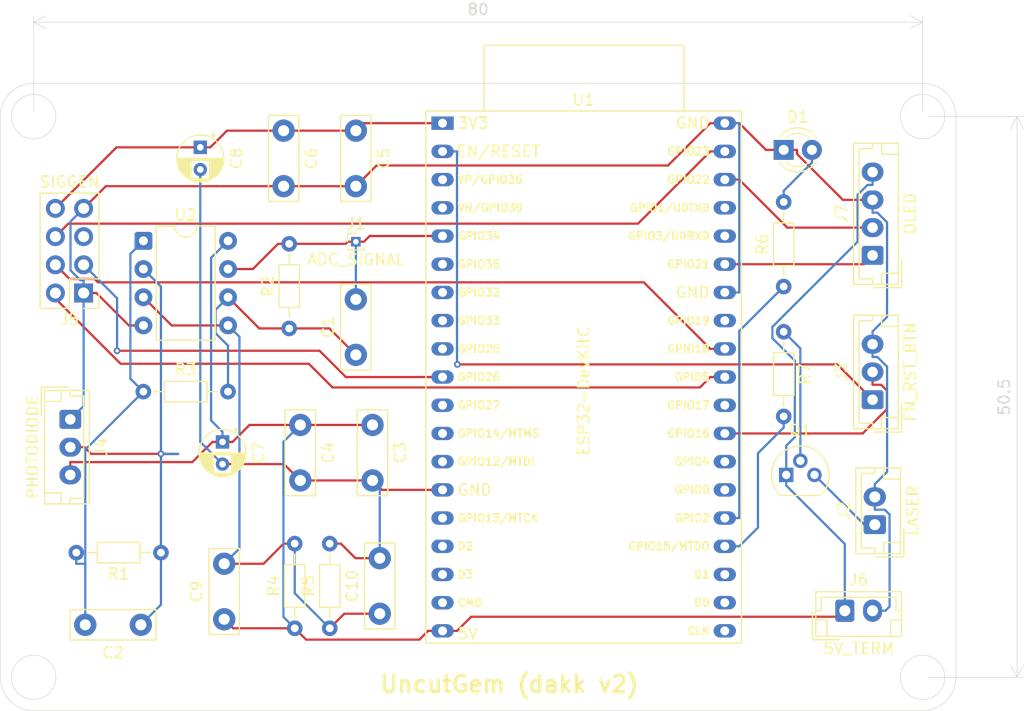
<source format=kicad_pcb>
(kicad_pcb (version 20241229) (generator "pcbnew") (generator_version "9.0")
  (layers (0 "F.Cu" signal) (2 "B.Cu" signal) (13 "F.Paste" user) (15 "B.Paste" user) (5 "F.SilkS" user "F.Silkscreen") (7 "B.SilkS" user "B.Silkscreen") (1 "F.Mask" user) (3 "B.Mask" user) (25 "Edge.Cuts" user))
  (net 0 "")
  (net 1 "ADC_SIGNAL")
  (net 2 "Net-(U2B--)")
  (net 3 "PHOTO_DETECT")
  (net 4 "Net-(C2-Pad2)")
  (net 5 "5V")
  (net 6 "GND")
  (net 7 "3V3")
  (net 8 "FAKE_GND")
  (net 9 "Net-(D1-A)")
  (net 10 "Net-(J2-Pin_1)")
  (net 11 "Net-(J3-Pin_1)")
  (net 12 "Net-(J3-Pin_2)")
  (net 13 "SIGGEN_CS")
  (net 14 "SIGGEN_LE")
  (net 15 "SIGGEN_DAT")
  (net 16 "SIGGEN_SCK")
  (net 17 "I2C_SCK")
  (net 18 "I2C_SDA")
  (net 19 "Net-(Q1-B)")
  (net 20 "Net-(U1-ADC2_CH2{slash}GPIO2)")
  (net 21 "Net-(U1-MTDO{slash}GPIO15{slash}ADC2_CH3)")
  (footprint "Resistor_THT:R_Axial_DIN0204_L3.6mm_D1.6mm_P7.62mm_Horizontal" (layer "F.Cu") (at 72 93.08 90)
    (property "Reference" "R4" (at 3.81 -1.92 90) (layer "F.SilkS"))
    (property "Value" "1k")
    (pad "1" thru_hole circle (at 0 0 90) (size 1.4 1.4) (drill 0.7) (layers "*.Cu" "*.Mask") (net 5 "5V"))
    (pad "2" thru_hole oval (at 7.62 0 90) (size 1.4 1.4) (drill 0.7) (layers "*.Cu" "*.Mask") (net 8 "FAKE_GND"))
  )
  (footprint "Connector_PinHeader_2.54mm:PinHeader_2x04_P2.54mm_Vertical" (layer "F.Cu") (at 53 62.89 180)
    (property "Reference" "J5" (at 1.27 -2.38 0) (layer "F.SilkS"))
    (property "Value" "SIGGEN" (at 1.27 10 0) (layer "F.SilkS"))
    (pad "1" thru_hole rect (at 0 0 180) (size 1.7 1.7) (drill 1) (layers "*.Cu" "*.Mask") (net 6 "GND"))
    (pad "2" thru_hole circle (at 2.54 0 180) (size 1.7 1.7) (drill 1) (layers "*.Cu" "*.Mask") (net 13 "SIGGEN_CS"))
    (pad "3" thru_hole circle (at 0 2.54 180) (size 1.7 1.7) (drill 1) (layers "*.Cu" "*.Mask") (net 14 "SIGGEN_LE"))
    (pad "4" thru_hole circle (at 2.54 2.54 180) (size 1.7 1.7) (drill 1) (layers "*.Cu" "*.Mask") (net 16 "SIGGEN_SCK"))
    (pad "5" thru_hole circle (at 0 5.08 180) (size 1.7 1.7) (drill 1) (layers "*.Cu" "*.Mask"))
    (pad "6" thru_hole circle (at 2.54 5.08 180) (size 1.7 1.7) (drill 1) (layers "*.Cu" "*.Mask") (net 15 "SIGGEN_DAT"))
    (pad "7" thru_hole circle (at 0 7.62 180) (size 1.7 1.7) (drill 1) (layers "*.Cu" "*.Mask") (net 6 "GND"))
    (pad "8" thru_hole circle (at 2.54 7.62 180) (size 1.7 1.7) (drill 1) (layers "*.Cu" "*.Mask") (net 7 "3V3"))
  )
  (footprint "Connector_PinHeader_1.00mm:PinHeader_1x01_P1.00mm_Vertical" (layer "F.Cu") (at 77.5 58.27)
    (property "Reference" "J1" (at 0 -1.61 0) (layer "F.SilkS"))
    (property "Value" "ADC_SIGNAL" (at 0 1.61 0) (layer "F.SilkS"))
    (pad "1" thru_hole rect (at 0 0) (size 0.85 0.85) (drill 0.5) (layers "*.Cu" "*.Mask") (net 1 "ADC_SIGNAL"))
  )
  (footprint "Capacitor_THT:C_Disc_D7.5mm_W2.5mm_P5.00mm" (layer "F.Cu") (at 79.65 91.77 90)
    (property "Reference" "C10" (at 2.5 -2.5 90) (layer "F.SilkS"))
    (property "Value" "100nF")
    (pad "1" thru_hole circle (at 0 0 90) (size 2 2) (drill 1) (layers "*.Cu" "*.Mask") (net 8 "FAKE_GND"))
    (pad "2" thru_hole circle (at 5 0 90) (size 2 2) (drill 1) (layers "*.Cu" "*.Mask") (net 6 "GND"))
  )
  (footprint "Capacitor_THT:C_Disc_D7.5mm_W2.5mm_P5.00mm" (layer "F.Cu") (at 71 48.27 -90)
    (property "Reference" "C6" (at 2.5 -2.5 90) (layer "F.SilkS"))
    (property "Value" "100nF")
    (pad "1" thru_hole circle (at 0 0 270) (size 2 2) (drill 1) (layers "*.Cu" "*.Mask") (net 7 "3V3"))
    (pad "2" thru_hole circle (at 5 0 270) (size 2 2) (drill 1) (layers "*.Cu" "*.Mask") (net 6 "GND"))
  )
  (footprint "Resistor_THT:R_Axial_DIN0204_L3.6mm_D1.6mm_P7.62mm_Horizontal" (layer "F.Cu") (at 116 66.38 -90)
    (property "Reference" "R7" (at 3.81 -1.92 90) (layer "F.SilkS"))
    (property "Value" "1k")
    (pad "1" thru_hole circle (at 0 0 270) (size 1.4 1.4) (drill 0.7) (layers "*.Cu" "*.Mask") (net 19 "Net-(Q1-B)"))
    (pad "2" thru_hole oval (at 7.62 0 270) (size 1.4 1.4) (drill 0.7) (layers "*.Cu" "*.Mask") (net 21 "Net-(U1-MTDO{slash}GPIO15{slash}ADC2_CH3)"))
  )
  (footprint "Capacitor_THT:CP_Radial_D4.0mm_P2.00mm" (layer "F.Cu") (at 65.5 76.2974 -90)
    (property "Reference" "C7" (at 1 -3.25 90) (layer "F.SilkS"))
    (property "Value" "10uF")
    (pad "1" thru_hole rect (at 0 0 270) (size 1.2 1.2) (drill 0.6) (layers "*.Cu" "*.Mask") (net 5 "5V"))
    (pad "2" thru_hole circle (at 2 0 270) (size 1.2 1.2) (drill 0.6) (layers "*.Cu" "*.Mask") (net 6 "GND"))
  )
  (footprint "Package_DIP:DIP-8_W7.62mm" (layer "F.Cu") (at 58.38 58.19)
    (property "Reference" "U2" (at 3.81 -2.33 0) (layer "F.SilkS"))
    (property "Value" "TL072")
    (pad "1" thru_hole roundrect (at 0 0) (size 1.6 1.6) (drill 0.8) (layers "*.Cu" "*.Mask") (roundrect_rratio 0.15625) (net 4 "Net-(C2-Pad2)"))
    (pad "2" thru_hole circle (at 0 2.54) (size 1.6 1.6) (drill 0.8) (layers "*.Cu" "*.Mask") (net 3 "PHOTO_DETECT"))
    (pad "3" thru_hole circle (at 0 5.08) (size 1.6 1.6) (drill 0.8) (layers "*.Cu" "*.Mask") (net 8 "FAKE_GND"))
    (pad "4" thru_hole circle (at 0 7.62) (size 1.6 1.6) (drill 0.8) (layers "*.Cu" "*.Mask") (net 6 "GND"))
    (pad "5" thru_hole circle (at 7.62 7.62) (size 1.6 1.6) (drill 0.8) (layers "*.Cu" "*.Mask") (net 8 "FAKE_GND"))
    (pad "6" thru_hole circle (at 7.62 5.08) (size 1.6 1.6) (drill 0.8) (layers "*.Cu" "*.Mask") (net 2 "Net-(U2B--)"))
    (pad "7" thru_hole circle (at 7.62 2.54) (size 1.6 1.6) (drill 0.8) (layers "*.Cu" "*.Mask") (net 1 "ADC_SIGNAL"))
    (pad "8" thru_hole circle (at 7.62 0) (size 1.6 1.6) (drill 0.8) (layers "*.Cu" "*.Mask") (net 5 "5V"))
  )
  (footprint "Resistor_THT:R_Axial_DIN0204_L3.6mm_D1.6mm_P7.62mm_Horizontal" (layer "F.Cu") (at 58.375 71.77)
    (property "Reference" "R3" (at 3.81 -2 0) (layer "F.SilkS"))
    (property "Value" "1k")
    (pad "1" thru_hole circle (at 0 0) (size 1.4 1.4) (drill 0.7) (layers "*.Cu" "*.Mask") (net 4 "Net-(C2-Pad2)"))
    (pad "2" thru_hole oval (at 7.62 0) (size 1.4 1.4) (drill 0.7) (layers "*.Cu" "*.Mask") (net 2 "Net-(U2B--)"))
  )
  (footprint "Resistor_THT:R_Axial_DIN0204_L3.6mm_D1.6mm_P7.62mm_Horizontal" (layer "F.Cu") (at 71.5 66.08 90)
    (property "Reference" "R2" (at 3.81 -1.92 90) (layer "F.SilkS"))
    (property "Value" "1k")
    (pad "1" thru_hole circle (at 0 0 90) (size 1.4 1.4) (drill 0.7) (layers "*.Cu" "*.Mask") (net 2 "Net-(U2B--)"))
    (pad "2" thru_hole oval (at 7.62 0 90) (size 1.4 1.4) (drill 0.7) (layers "*.Cu" "*.Mask") (net 1 "ADC_SIGNAL"))
  )
  (footprint "Capacitor_THT:C_Disc_D7.5mm_W2.5mm_P5.00mm" (layer "F.Cu") (at 58.15 92.77 180)
    (property "Reference" "C2" (at 2.5 -2.5 0) (layer "F.SilkS"))
    (property "Value" "104")
    (pad "1" thru_hole circle (at 0 0 180) (size 2 2) (drill 1) (layers "*.Cu" "*.Mask") (net 3 "PHOTO_DETECT"))
    (pad "2" thru_hole circle (at 5 0 180) (size 2 2) (drill 1) (layers "*.Cu" "*.Mask") (net 4 "Net-(C2-Pad2)"))
  )
  (footprint "Capacitor_THT:C_Disc_D7.5mm_W2.5mm_P5.00mm" (layer "F.Cu") (at 77.5 48.27 -90)
    (property "Reference" "C5" (at 2.5 -2.5 90) (layer "F.SilkS"))
    (property "Value" "100nF")
    (pad "1" thru_hole circle (at 0 0 270) (size 2 2) (drill 1) (layers "*.Cu" "*.Mask") (net 7 "3V3"))
    (pad "2" thru_hole circle (at 5 0 270) (size 2 2) (drill 1) (layers "*.Cu" "*.Mask") (net 6 "GND"))
  )
  (footprint "Resistor_THT:R_Axial_DIN0204_L3.6mm_D1.6mm_P7.62mm_Horizontal" (layer "F.Cu") (at 59.96 86.27 180)
    (property "Reference" "R1" (at 3.81 -1.92 0) (layer "F.SilkS"))
    (property "Value" "1k")
    (pad "1" thru_hole circle (at 0 0 180) (size 1.4 1.4) (drill 0.7) (layers "*.Cu" "*.Mask") (net 3 "PHOTO_DETECT"))
    (pad "2" thru_hole oval (at 7.62 0 180) (size 1.4 1.4) (drill 0.7) (layers "*.Cu" "*.Mask") (net 4 "Net-(C2-Pad2)"))
  )
  (footprint "Capacitor_THT:C_Disc_D7.5mm_W2.5mm_P5.00mm" (layer "F.Cu") (at 72.5 74.77 -90)
    (property "Reference" "C4" (at 2.5 -2.5 90) (layer "F.SilkS"))
    (property "Value" "100nF")
    (pad "1" thru_hole circle (at 0 0 270) (size 2 2) (drill 1) (layers "*.Cu" "*.Mask") (net 5 "5V"))
    (pad "2" thru_hole circle (at 5 0 270) (size 2 2) (drill 1) (layers "*.Cu" "*.Mask") (net 6 "GND"))
  )
  (footprint "Package_TO_SOT_THT:TO-92" (layer "F.Cu") (at 116.23 79.27)
    (property "Reference" "Q1" (at 1.27 -4 180) (layer "F.SilkS"))
    (property "Value" "2N2222")
    (pad "1" thru_hole rect (at 0 0) (size 1.3 1.3) (drill 0.75) (layers "*.Cu" "*.Mask") (net 5 "5V"))
    (pad "2" thru_hole circle (at 1.27 -1.27) (size 1.3 1.3) (drill 0.75) (layers "*.Cu" "*.Mask") (net 19 "Net-(Q1-B)"))
    (pad "3" thru_hole circle (at 2.54 0) (size 1.3 1.3) (drill 0.75) (layers "*.Cu" "*.Mask") (net 10 "Net-(J2-Pin_1)"))
  )
  (footprint "Capacitor_THT:CP_Radial_D4.0mm_P2.00mm" (layer "F.Cu") (at 63.5 49.77 -90)
    (property "Reference" "C8" (at 1 -3.25 90) (layer "F.SilkS"))
    (property "Value" "10uF")
    (pad "1" thru_hole rect (at 0 0 270) (size 1.2 1.2) (drill 0.6) (layers "*.Cu" "*.Mask") (net 7 "3V3"))
    (pad "2" thru_hole circle (at 2 0 270) (size 1.2 1.2) (drill 0.6) (layers "*.Cu" "*.Mask") (net 6 "GND"))
  )
  (footprint "Resistor_THT:R_Axial_DIN0204_L3.6mm_D1.6mm_P7.62mm_Horizontal" (layer "F.Cu") (at 116 62.31 90)
    (property "Reference" "R6" (at 3.81 -1.92 90) (layer "F.SilkS"))
    (property "Value" "300")
    (pad "1" thru_hole circle (at 0 0 90) (size 1.4 1.4) (drill 0.7) (layers "*.Cu" "*.Mask") (net 20 "Net-(U1-ADC2_CH2{slash}GPIO2)"))
    (pad "2" thru_hole oval (at 7.62 0 90) (size 1.4 1.4) (drill 0.7) (layers "*.Cu" "*.Mask") (net 9 "Net-(D1-A)"))
  )
  (footprint "LED_THT:LED_D3.0mm" (layer "F.Cu") (at 116 50)
    (property "Reference" "D1" (at 1.27 -2.96 0) (layer "F.SilkS"))
    (property "Value" "LED")
    (pad "1" thru_hole rect (at 0 0) (size 1.8 1.8) (drill 0.9) (layers "*.Cu" "*.Mask") (net 6 "GND"))
    (pad "2" thru_hole circle (at 2.54 0) (size 1.8 1.8) (drill 0.9) (layers "*.Cu" "*.Mask") (net 9 "Net-(D1-A)"))
  )
  (footprint "Capacitor_THT:C_Disc_D7.5mm_W2.5mm_P5.00mm" (layer "F.Cu") (at 79 74.77 -90)
    (property "Reference" "C3" (at 2.5 -2.5 90) (layer "F.SilkS"))
    (property "Value" "100nF")
    (pad "1" thru_hole circle (at 0 0 270) (size 2 2) (drill 1) (layers "*.Cu" "*.Mask") (net 5 "5V"))
    (pad "2" thru_hole circle (at 5 0 270) (size 2 2) (drill 1) (layers "*.Cu" "*.Mask") (net 6 "GND"))
  )
  (footprint "Connector_JST:JST_EH_B3B-EH-A_1x03_P2.50mm_Vertical" (layer "F.Cu") (at 51.8 74.27 -90)
    (property "Reference" "J4" (at 2.5 -2.8 90) (layer "F.SilkS"))
    (property "Value" "PHOTODIODE" (at 2.5 3.4 90) (layer "F.SilkS"))
    (pad "1" thru_hole roundrect (at 0 0 270) (size 1.7 1.95) (drill 0.95) (layers "*.Cu" "*.Mask") (roundrect_rratio 0.147059) (net 6 "GND"))
    (pad "2" thru_hole oval (at 2.5 0 270) (size 1.7 1.95) (drill 0.95) (layers "*.Cu" "*.Mask") (net 3 "PHOTO_DETECT"))
    (pad "3" thru_hole oval (at 5 0 270) (size 1.7 1.95) (drill 0.95) (layers "*.Cu" "*.Mask") (net 5 "5V"))
  )
  (footprint "Connector_JST:JST_EH_B2B-EH-A_1x02_P2.50mm_Vertical" (layer "F.Cu") (at 121.5 91.5)
    (property "Reference" "J6" (at 1.25 -2.8 0) (layer "F.SilkS"))
    (property "Value" "5V_TERM" (at 1.25 3.4 0) (layer "F.SilkS"))
    (pad "1" thru_hole roundrect (at 0 0) (size 1.7 2) (drill 1) (layers "*.Cu" "*.Mask") (roundrect_rratio 0.147059) (net 5 "5V"))
    (pad "2" thru_hole oval (at 2.5 0) (size 1.7 2) (drill 1) (layers "*.Cu" "*.Mask") (net 6 "GND"))
  )
  (footprint "Connector_JST:JST_EH_B2B-EH-A_1x02_P2.50mm_Vertical" (layer "F.Cu") (at 124.2 83.75 90)
    (property "Reference" "J2" (at 1.25 -2.8 90) (layer "F.SilkS"))
    (property "Value" "LASER" (at 1.25 3.4 90) (layer "F.SilkS"))
    (pad "1" thru_hole roundrect (at 0 0 90) (size 1.7 2) (drill 1) (layers "*.Cu" "*.Mask") (roundrect_rratio 0.147059) (net 10 "Net-(J2-Pin_1)"))
    (pad "2" thru_hole oval (at 2.5 0 90) (size 1.7 2) (drill 1) (layers "*.Cu" "*.Mask") (net 6 "GND"))
  )
  (footprint "Connector_JST:JST_EH_B3B-EH-A_1x03_P2.50mm_Vertical" (layer "F.Cu") (at 124 72.5 90)
    (property "Reference" "J3" (at 2.5 -2.8 90) (layer "F.SilkS"))
    (property "Value" "FN_RST_BTN" (at 2.5 3.4 90) (layer "F.SilkS"))
    (pad "1" thru_hole roundrect (at 0 0 90) (size 1.7 1.95) (drill 0.95) (layers "*.Cu" "*.Mask") (roundrect_rratio 0.147059) (net 11 "Net-(J3-Pin_1)"))
    (pad "2" thru_hole oval (at 2.5 0 90) (size 1.7 1.95) (drill 0.95) (layers "*.Cu" "*.Mask") (net 12 "Net-(J3-Pin_2)"))
    (pad "3" thru_hole oval (at 5 0 90) (size 1.7 1.95) (drill 0.95) (layers "*.Cu" "*.Mask") (net 6 "GND"))
  )
  (footprint "Capacitor_THT:C_Disc_D7.5mm_W2.5mm_P5.00mm" (layer "F.Cu") (at 65.65 92.27 90)
    (property "Reference" "C9" (at 2.5 -2.5 90) (layer "F.SilkS"))
    (property "Value" "100nF")
    (pad "1" thru_hole circle (at 0 0 90) (size 2 2) (drill 1) (layers "*.Cu" "*.Mask") (net 5 "5V"))
    (pad "2" thru_hole circle (at 5 0 90) (size 2 2) (drill 1) (layers "*.Cu" "*.Mask") (net 8 "FAKE_GND"))
  )
  (footprint "Resistor_THT:R_Axial_DIN0204_L3.6mm_D1.6mm_P7.62mm_Horizontal" (layer "F.Cu") (at 75.15 93.08 90)
    (property "Reference" "R5" (at 3.81 -1.92 90) (layer "F.SilkS"))
    (property "Value" "1k")
    (pad "1" thru_hole circle (at 0 0 90) (size 1.4 1.4) (drill 0.7) (layers "*.Cu" "*.Mask") (net 8 "FAKE_GND"))
    (pad "2" thru_hole oval (at 7.62 0 90) (size 1.4 1.4) (drill 0.7) (layers "*.Cu" "*.Mask") (net 6 "GND"))
  )
  (footprint "Capacitor_THT:C_Disc_D7.5mm_W2.5mm_P5.00mm" (layer "F.Cu") (at 77.5 68.46 90)
    (property "Reference" "C1" (at 2.5 -2.5 90) (layer "F.SilkS"))
    (property "Value" "104")
    (pad "1" thru_hole circle (at 0 0 90) (size 2 2) (drill 1) (layers "*.Cu" "*.Mask") (net 2 "Net-(U2B--)"))
    (pad "2" thru_hole circle (at 5 0 90) (size 2 2) (drill 1) (layers "*.Cu" "*.Mask") (net 1 "ADC_SIGNAL"))
  )
  (footprint "PCM_Espressif:ESP32-DevKitC" (layer "F.Cu") (at 85.3 47.5966)
    (property "Reference" "U1" (at 12.7 -2.1 0) (layer "F.SilkS"))
    (property "Value" "ESP32-DevKitC" (at 12.7 24.13 90) (layer "F.SilkS"))
    (fp_text user "GPIO32" (at 1.27 15.24 0) (layer "F.SilkS") (effects (font (size 0.7 0.7)) (justify left)))
    (fp_text user "GND" (at 24.13 0 0) (layer "F.SilkS") (effects (justify right)))
    (fp_text user "GPIO27" (at 1.27 25.4 0) (layer "F.SilkS") (effects (font (size 0.7 0.7)) (justify left)))
    (fp_text user "GPIO19" (at 24.13 17.78 0) (layer "F.SilkS") (effects (font (size 0.7 0.7)) (justify right)))
    (fp_text user "CMD" (at 1.27 43.18 0) (layer "F.SilkS") (effects (font (size 0.7 0.7)) (justify left)))
    (fp_text user "GPIO12/MTDI" (at 1.27 30.48 0) (layer "F.SilkS") (effects (font (size 0.7 0.7)) (justify left)))
    (fp_text user "GPIO21" (at 24.13 12.7 0) (layer "F.SilkS") (effects (font (size 0.7 0.7)) (justify right)))
    (fp_text user "GPIO16" (at 24.13 27.94 0) (layer "F.SilkS") (effects (font (size 0.7 0.7)) (justify right)))
    (fp_text user "D2" (at 1.27 38.1 0) (layer "F.SilkS") (effects (font (size 0.7 0.7)) (justify left)))
    (fp_text user "EN/RESET" (at 8.88632 2.53728 0) (layer "F.SilkS") (effects (justify right)))
    (fp_text user "GND" (at 1.27 33.02 0) (layer "F.SilkS") (effects (justify left)))
    (fp_text user "GPIO1/U0TXD" (at 24.13 7.62 0) (layer "F.SilkS") (effects (font (size 0.7 0.7)) (justify right)))
    (fp_text user "5V" (at 1.26632 45.97128 0) (layer "F.SilkS") (effects (justify left)))
    (fp_text user "GPIO5" (at 24.13 22.86 0) (layer "F.SilkS") (effects (font (size 0.7 0.7)) (justify right)))
    (fp_text user "GPIO13/MTCK" (at 1.27 35.56 0) (layer "F.SilkS") (effects (font (size 0.7 0.7)) (justify left)))
    (fp_text user "VN/GPIO39" (at 1.27 7.62 0) (layer "F.SilkS") (effects (font (size 0.7 0.7)) (justify left)))
    (fp_text user "GPIO26" (at 1.27 22.86 0) (layer "F.SilkS") (effects (font (size 0.7 0.7)) (justify left)))
    (fp_text user "D3" (at 1.27 40.64 0) (layer "F.SilkS") (effects (font (size 0.7 0.7)) (justify left)))
    (fp_text user "GPIO25" (at 1.27 20.32 0) (layer "F.SilkS") (effects (font (size 0.7 0.7)) (justify left)))
    (fp_text user "3V3" (at 1.27 0 0) (layer "F.SilkS") (effects (justify left)))
    (fp_text user "GPIO17" (at 24.13 25.4 0) (layer "F.SilkS") (effects (font (size 0.7 0.7)) (justify right)))
    (fp_text user "VP/GPIO36" (at 1.27 5.08 0) (layer "F.SilkS") (effects (font (size 0.7 0.7)) (justify left)))
    (fp_text user "GPIO34" (at 1.27 10.16 0) (layer "F.SilkS") (effects (font (size 0.7 0.7)) (justify left)))
    (fp_text user "GPIO2" (at 24.13 35.56 0) (layer "F.SilkS") (effects (font (size 0.7 0.7)) (justify right)))
    (fp_text user "GPIO23" (at 24.13 2.54 0) (layer "F.SilkS") (effects (font (size 0.7 0.7)) (justify right)))
    (fp_text user "GPIO14/MTMS" (at 1.27 27.94 0) (layer "F.SilkS") (effects (font (size 0.7 0.7)) (justify left)))
    (fp_text user "CLK" (at 24.13 45.72 0) (layer "F.SilkS") (effects (font (size 0.7 0.7)) (justify right)))
    (fp_text user "GPIO4" (at 24.13 30.48 0) (layer "F.SilkS") (effects (font (size 0.7 0.7)) (justify right)))
    (fp_text user "GND" (at 24.13 15.24 0) (layer "F.SilkS") (effects (justify right)))
    (fp_text user "GPIO15/MTDO" (at 24.13 38.1 0) (layer "F.SilkS") (effects (font (size 0.7 0.7)) (justify right)))
    (fp_text user "D1" (at 24.13 40.64 0) (layer "F.SilkS") (effects (font (size 0.7 0.7)) (justify right)))
    (fp_text user "GPIO22" (at 24.13 5.08 0) (layer "F.SilkS") (effects (font (size 0.7 0.7)) (justify right)))
    (fp_text user "D0" (at 24.13 43.18 0) (layer "F.SilkS") (effects (font (size 0.7 0.7)) (justify right)))
    (fp_text user "GPIO33" (at 1.27 17.78 0) (layer "F.SilkS") (effects (font (size 0.7 0.7)) (justify left)))
    (fp_text user "GPIO35" (at 1.27 12.7 0) (layer "F.SilkS") (effects (font (size 0.7 0.7)) (justify left)))
    (fp_text user "GPIO0" (at 24.13 33.02 0) (layer "F.SilkS") (effects (font (size 0.7 0.7)) (justify right)))
    (fp_text user "GPIO3/U0RXD" (at 24.13 10.16 0) (layer "F.SilkS") (effects (font (size 0.7 0.7)) (justify right)))
    (fp_text user "GPIO18" (at 24.13 20.32 0) (layer "F.SilkS") (effects (font (size 0.7 0.7)) (justify right)))
    (pad "1" thru_hole rect (at 0 0 270) (size 1.2 2) (drill 0.8) (layers "*.Cu" "*.Mask") (net 7 "3V3"))
    (pad "2" thru_hole oval (at 0 2.54 270) (size 1.2 2) (drill 0.8) (layers "*.Cu" "*.Mask") (net 11 "Net-(J3-Pin_1)"))
    (pad "3" thru_hole oval (at 0 5.08 270) (size 1.2 2) (drill 0.8) (layers "*.Cu" "*.Mask"))
    (pad "4" thru_hole oval (at 0 7.62 270) (size 1.2 2) (drill 0.8) (layers "*.Cu" "*.Mask"))
    (pad "5" thru_hole oval (at 0 10.16 270) (size 1.2 2) (drill 0.8) (layers "*.Cu" "*.Mask") (net 1 "ADC_SIGNAL"))
    (pad "6" thru_hole oval (at 0 12.7 270) (size 1.2 2) (drill 0.8) (layers "*.Cu" "*.Mask"))
    (pad "7" thru_hole oval (at 0 15.24 270) (size 1.2 2) (drill 0.8) (layers "*.Cu" "*.Mask"))
    (pad "8" thru_hole oval (at 0 17.78 270) (size 1.2 2) (drill 0.8) (layers "*.Cu" "*.Mask"))
    (pad "9" thru_hole oval (at 0 20.32 270) (size 1.2 2) (drill 0.8) (layers "*.Cu" "*.Mask"))
    (pad "10" thru_hole oval (at 0 22.86 270) (size 1.2 2) (drill 0.8) (layers "*.Cu" "*.Mask") (net 14 "SIGGEN_LE"))
    (pad "11" thru_hole oval (at 0 25.4 270) (size 1.2 2) (drill 0.8) (layers "*.Cu" "*.Mask"))
    (pad "12" thru_hole oval (at 0 27.94 270) (size 1.2 2) (drill 0.8) (layers "*.Cu" "*.Mask"))
    (pad "13" thru_hole oval (at 0 30.48 270) (size 1.2 2) (drill 0.8) (layers "*.Cu" "*.Mask"))
    (pad "14" thru_hole oval (at 0 33.02 270) (size 1.2 2) (drill 0.8) (layers "*.Cu" "*.Mask") (net 6 "GND"))
    (pad "15" thru_hole oval (at 0 35.56 270) (size 1.2 2) (drill 0.8) (layers "*.Cu" "*.Mask"))
    (pad "16" thru_hole oval (at 0 38.1 270) (size 1.2 2) (drill 0.8) (layers "*.Cu" "*.Mask"))
    (pad "17" thru_hole oval (at 0 40.64 270) (size 1.2 2) (drill 0.8) (layers "*.Cu" "*.Mask"))
    (pad "18" thru_hole oval (at 0 43.18 270) (size 1.2 2) (drill 0.8) (layers "*.Cu" "*.Mask"))
    (pad "19" thru_hole oval (at 0 45.72 270) (size 1.2 2) (drill 0.8) (layers "*.Cu" "*.Mask") (net 5 "5V"))
    (pad "20" thru_hole oval (at 25.39632 45.71728 270) (size 1.2 2) (drill 0.8) (layers "*.Cu" "*.Mask"))
    (pad "21" thru_hole oval (at 25.39632 43.17728 270) (size 1.2 2) (drill 0.8) (layers "*.Cu" "*.Mask"))
    (pad "22" thru_hole oval (at 25.4 40.64 270) (size 1.2 2) (drill 0.8) (layers "*.Cu" "*.Mask"))
    (pad "23" thru_hole oval (at 25.4 38.1 270) (size 1.2 2) (drill 0.8) (layers "*.Cu" "*.Mask") (net 21 "Net-(U1-MTDO{slash}GPIO15{slash}ADC2_CH3)"))
    (pad "24" thru_hole oval (at 25.4 35.56 270) (size 1.2 2) (drill 0.8) (layers "*.Cu" "*.Mask") (net 20 "Net-(U1-ADC2_CH2{slash}GPIO2)"))
    (pad "25" thru_hole oval (at 25.4 33.02 270) (size 1.2 2) (drill 0.8) (layers "*.Cu" "*.Mask"))
    (pad "26" thru_hole oval (at 25.4 30.48 270) (size 1.2 2) (drill 0.8) (layers "*.Cu" "*.Mask"))
    (pad "27" thru_hole oval (at 25.4 27.94 270) (size 1.2 2) (drill 0.8) (layers "*.Cu" "*.Mask") (net 12 "Net-(J3-Pin_2)"))
    (pad "28" thru_hole oval (at 25.4 25.4 270) (size 1.2 2) (drill 0.8) (layers "*.Cu" "*.Mask"))
    (pad "29" thru_hole oval (at 25.4 22.86 270) (size 1.2 2) (drill 0.8) (layers "*.Cu" "*.Mask") (net 13 "SIGGEN_CS"))
    (pad "30" thru_hole oval (at 25.4 20.32 270) (size 1.2 2) (drill 0.8) (layers "*.Cu" "*.Mask") (net 16 "SIGGEN_SCK"))
    (pad "31" thru_hole oval (at 25.4 17.78 270) (size 1.2 2) (drill 0.8) (layers "*.Cu" "*.Mask"))
    (pad "32" thru_hole oval (at 25.4 15.24 270) (size 1.2 2) (drill 0.8) (layers "*.Cu" "*.Mask") (net 6 "GND"))
    (pad "33" thru_hole oval (at 25.4 12.7 270) (size 1.2 2) (drill 0.8) (layers "*.Cu" "*.Mask") (net 18 "I2C_SDA"))
    (pad "34" thru_hole oval (at 25.4 10.16 270) (size 1.2 2) (drill 0.8) (layers "*.Cu" "*.Mask"))
    (pad "35" thru_hole oval (at 25.4 7.62 270) (size 1.2 2) (drill 0.8) (layers "*.Cu" "*.Mask"))
    (pad "36" thru_hole oval (at 25.4 5.08 270) (size 1.2 2) (drill 0.8) (layers "*.Cu" "*.Mask") (net 17 "I2C_SCK"))
    (pad "37" thru_hole oval (at 25.4 2.54 270) (size 1.2 2) (drill 0.8) (layers "*.Cu" "*.Mask") (net 15 "SIGGEN_DAT"))
    (pad "38" thru_hole oval (at 25.4 0 270) (size 1.2 2) (drill 0.8) (layers "*.Cu" "*.Mask") (net 6 "GND"))
  )
  (footprint "Connector_JST:JST_EH_B4B-EH-A_1x04_P2.50mm_Vertical" (layer "F.Cu") (at 124 59.5 90)
    (property "Reference" "J7" (at 3.75 -2.8 90) (layer "F.SilkS"))
    (property "Value" "OLED" (at 3.75 3.4 90) (layer "F.SilkS"))
    (pad "1" thru_hole roundrect (at 0 0 90) (size 1.7 1.95) (drill 0.95) (layers "*.Cu" "*.Mask") (roundrect_rratio 0.147059) (net 18 "I2C_SDA"))
    (pad "2" thru_hole oval (at 2.5 0 90) (size 1.7 1.95) (drill 0.95) (layers "*.Cu" "*.Mask") (net 17 "I2C_SCK"))
    (pad "3" thru_hole oval (at 5 0 90) (size 1.7 1.95) (drill 0.95) (layers "*.Cu" "*.Mask") (net 6 "GND"))
    (pad "4" thru_hole oval (at 7.5 0 90) (size 1.7 1.95) (drill 0.95) (layers "*.Cu" "*.Mask") (net 5 "5V"))
  )
  (gr_arc (start 45.5 47) (mid 46.37868 44.87868) (end 48.5 44) (stroke (width 0.05)) (layer "Edge.Cuts"))
  (gr_circle (center 128.5 97.5) (end 130.5 97.5) (stroke (width 0.05)) (fill no) (layer "Edge.Cuts"))
  (gr_circle (center 48.5 97.5) (end 50.5 97.5) (stroke (width 0.05)) (fill no) (layer "Edge.Cuts"))
  (gr_arc (start 131.5 97.5) (mid 130.62132 99.62132) (end 128.5 100.5) (stroke (width 0.05)) (layer "Edge.Cuts"))
  (gr_line (start 131.5 47) (end 131.5 97.5) (stroke (width 0.05)) (layer "Edge.Cuts"))
  (gr_arc (start 48.5 100.5) (mid 46.37868 99.62132) (end 45.5 97.5) (stroke (width 0.05)) (layer "Edge.Cuts"))
  (gr_line (start 128.5 100.5) (end 48.5 100.5) (stroke (width 0.05)) (layer "Edge.Cuts"))
  (gr_line (start 45.5 97.5) (end 45.5 47) (stroke (width 0.05)) (layer "Edge.Cuts"))
  (gr_circle (center 48.5 47) (end 50.5 47) (stroke (width 0.05)) (fill no) (layer "Edge.Cuts"))
  (gr_line (start 48.5 44) (end 128.5 44) (stroke (width 0.05)) (layer "Edge.Cuts"))
  (gr_arc (start 128.5 44) (mid 130.62132 44.87868) (end 131.5 47) (stroke (width 0.05)) (layer "Edge.Cuts"))
  (gr_circle (center 128.5 47) (end 130.5 47) (stroke (width 0.05)) (fill no) (layer "Edge.Cuts"))
  (gr_text "UncutGem (dakk v2)" (at 79.5 99 0) (layer "F.SilkS") (effects (font (size 1.5 1.5) (thickness 0.3) (bold yes)) (justify left bottom)))
  (dimension (type orthogonal) (layer "Edge.Cuts") (pts (xy 48.5 47) (xy 128.5 47)) (height -8.5) (orientation 0) (format (prefix "") (suffix "") (units 3) (units_format 0) (precision 4) (suppress_zeroes yes)) (style (thickness 0.05) (arrow_length 1.27) (text_position_mode 0) (arrow_direction outward) (extension_height 0.58642) (extension_offset 0.5) (keep_text_aligned yes)) (gr_text "80" (at 88.5 37.35 0) (layer "Edge.Cuts") (effects (font (size 1 1) (thickness 0.15)))))
  (dimension (type orthogonal) (layer "Edge.Cuts") (pts (xy 128.5 47) (xy 128.5 97.5)) (height 8.5) (orientation 1) (format (prefix "") (suffix "") (units 3) (units_format 0) (precision 4) (suppress_zeroes yes)) (style (thickness 0.05) (arrow_length 1.27) (text_position_mode 0) (arrow_direction outward) (extension_height 0.58642) (extension_offset 0.5) (keep_text_aligned yes)) (gr_text "50.5" (at 135.85 72.25 90) (layer "Edge.Cuts") (effects (font (size 1 1) (thickness 0.15)))))
  (segment (start 78.7401 57.7566) (end 78.2267 58.27) (width 0.2) (layer "F.Cu") (net 1))
  (segment (start 66 60.73) (end 68.2283 60.73) (width 0.2) (layer "F.Cu") (net 1))
  (segment (start 71.5 58.46) (end 70.4983 58.46) (width 0.2) (layer "F.Cu") (net 1))
  (segment (start 71.5 58.46) (end 76.5833 58.46) (width 0.2) (layer "F.Cu") (net 1))
  (segment (start 77.5 58.27) (end 78.2267 58.27) (width 0.2) (layer "F.Cu") (net 1))
  (segment (start 76.5833 58.46) (end 76.7733 58.27) (width 0.2) (layer "F.Cu") (net 1))
  (segment (start 77.5 58.27) (end 76.7733 58.27) (width 0.2) (layer "F.Cu") (net 1))
  (segment (start 85.3 57.7566) (end 78.7401 57.7566) (width 0.2) (layer "F.Cu") (net 1))
  (segment (start 68.2283 60.73) (end 70.4983 58.46) (width 0.2) (layer "F.Cu") (net 1))
  (segment (start 77.5 58.27) (end 77.5 63.46) (width 0.2) (layer "B.Cu") (net 1))
  (segment (start 75.12 66.08) (end 77.5 68.46) (width 0.2) (layer "F.Cu") (net 2))
  (segment (start 71.5 66.08) (end 68.81 66.08) (width 0.2) (layer "F.Cu") (net 2))
  (segment (start 68.81 66.08) (end 66 63.27) (width 0.2) (layer "F.Cu") (net 2))
  (segment (start 71.5 66.08) (end 75.12 66.08) (width 0.2) (layer "F.Cu") (net 2))
  (segment (start 65.995 67.6334) (end 65.995 71.77) (width 0.2) (layer "B.Cu") (net 2))
  (segment (start 64.8731 66.5115) (end 65.995 67.6334) (width 0.2) (layer "B.Cu") (net 2))
  (segment (start 66 63.27) (end 64.8731 64.3969) (width 0.2) (layer "B.Cu") (net 2))
  (segment (start 64.8731 66.5115) (end 64.8731 64.3969) (width 0.2) (layer "B.Cu") (net 2))
  (segment (start 61.4993 77.3719) (end 59.96 77.3719) (width 0.2) (layer "F.Cu") (net 3))
  (segment (start 53.6786 77.3719) (end 53.0767 76.77) (width 0.2) (layer "F.Cu") (net 3))
  (segment (start 51.8 76.77) (end 53.0767 76.77) (width 0.2) (layer "F.Cu") (net 3))
  (segment (start 61.4993 77.3719) (end 53.6786 77.3719) (width 0.2) (layer "F.Cu") (net 3))
  (via (at 59.96 77.3719) (size 0.6) (drill 0.3) (layers "F.Cu" "B.Cu") (net 3))
  (segment (start 58.38 60.73) (end 59.96 62.31) (width 0.2) (layer "B.Cu") (net 3))
  (segment (start 61.4993 77.3719) (end 59.96 77.3719) (width 0.2) (layer "B.Cu") (net 3))
  (segment (start 59.96 90.96) (end 59.96 86.27) (width 0.2) (layer "B.Cu") (net 3))
  (segment (start 59.96 77.8807) (end 59.96 79.3787) (width 0.2) (layer "B.Cu") (net 3))
  (segment (start 59.96 79.3787) (end 59.96 79.42) (width 0.2) (layer "B.Cu") (net 3))
  (segment (start 59.96 79.42) (end 59.96 86.27) (width 0.2) (layer "B.Cu") (net 3))
  (segment (start 59.96 77.3719) (end 59.96 77.8807) (width 0.2) (layer "B.Cu") (net 3))
  (segment (start 59.96 62.31) (end 59.96 77.3719) (width 0.2) (layer "B.Cu") (net 3))
  (segment (start 58.15 92.77) (end 59.96 90.96) (width 0.2) (layer "B.Cu") (net 3))
  (segment (start 59.96 77.3719) (end 61.4993 77.3719) (width 0.2) (layer "B.Cu") (net 3))
  (segment (start 53.15 92.77) (end 53.15 87.2717) (width 0.2) (layer "B.Cu") (net 4))
  (segment (start 57.2092 59.3608) (end 58.38 58.19) (width 0.2) (layer "B.Cu") (net 4))
  (segment (start 57.2092 70.6042) (end 57.2092 59.3608) (width 0.2) (layer "B.Cu") (net 4))
  (segment (start 52.34 86.27) (end 52.34 87.2717) (width 0.2) (layer "B.Cu") (net 4))
  (segment (start 53.15 87.2717) (end 52.34 87.2717) (width 0.2) (layer "B.Cu") (net 4))
  (segment (start 58.375 71.77) (end 57.2092 70.6042) (width 0.2) (layer "B.Cu") (net 4))
  (segment (start 53.15 76.995) (end 58.375 71.77) (width 0.2) (layer "B.Cu") (net 4))
  (segment (start 53.15 87.2717) (end 53.15 76.995) (width 0.2) (layer "B.Cu") (net 4))
  (segment (start 120.9561 92.0439) (end 87.8744 92.0439) (width 0.2) (layer "F.Cu") (net 5))
  (segment (start 85.3 93.3166) (end 86.6017 93.3166) (width 0.2) (layer "F.Cu") (net 5))
  (segment (start 121.5 91.5) (end 120.9561 92.0439) (width 0.2) (layer "F.Cu") (net 5))
  (segment (start 51.8 79.27) (end 51.8 78.1183) (width 0.2) (layer "F.Cu") (net 5))
  (segment (start 65.5 76.2974) (end 64.5983 76.2974) (width 0.2) (layer "F.Cu") (net 5))
  (segment (start 79 74.77) (end 72.5 74.77) (width 0.2) (layer "F.Cu") (net 5))
  (segment (start 65.5 76.2974) (end 66.4017 76.2974) (width 0.2) (layer "F.Cu") (net 5))
  (segment (start 67.9291 74.77) (end 72.5 74.77) (width 0.2) (layer "F.Cu") (net 5))
  (segment (start 87.8744 92.0439) (end 86.6017 93.3166) (width 0.2) (layer "F.Cu") (net 5))
  (segment (start 73.0245 94.1045) (end 72 93.08) (width 0.2) (layer "F.Cu") (net 5))
  (segment (start 62.7774 78.1183) (end 64.5983 76.2974) (width 0.2) (layer "F.Cu") (net 5))
  (segment (start 83.2104 94.1045) (end 73.0245 94.1045) (width 0.2) (layer "F.Cu") (net 5))
  (segment (start 51.8 78.1183) (end 62.7774 78.1183) (width 0.2) (layer "F.Cu") (net 5))
  (segment (start 66.46 93.08) (end 65.65 92.27) (width 0.2) (layer "F.Cu") (net 5))
  (segment (start 66.4017 76.2974) (end 67.9291 74.77) (width 0.2) (layer "F.Cu") (net 5))
  (segment (start 72 93.08) (end 66.46 93.08) (width 0.2) (layer "F.Cu") (net 5))
  (segment (start 83.9983 93.3166) (end 83.2104 94.1045) (width 0.2) (layer "F.Cu") (net 5))
  (segment (start 85.3 93.3166) (end 83.9983 93.3166) (width 0.2) (layer "F.Cu") (net 5))
  (segment (start 65.5 76.2974) (end 65.5 75.3957) (width 0.2) (layer "B.Cu") (net 5))
  (segment (start 114.9849 66.9649) (end 114.9849 65.9348) (width 0.2) (layer "B.Cu") (net 5))
  (segment (start 116.23 79.7458) (end 116.23 80.2217) (width 0.2) (layer "B.Cu") (net 5))
  (segment (start 121.5 91.5) (end 121.5 85.4917) (width 0.2) (layer "B.Cu") (net 5))
  (segment (start 124 52) (end 124 53.1517) (width 0.2) (layer "B.Cu") (net 5))
  (segment (start 117.0017 68.9817) (end 114.9849 66.9649) (width 0.2) (layer "B.Cu") (net 5))
  (segment (start 117.0017 75.8657) (end 117.0017 68.9817) (width 0.2) (layer "B.Cu") (net 5))
  (segment (start 116.23 79.7458) (end 116.23 79.27) (width 0.2) (layer "B.Cu") (net 5))
  (segment (start 72 93.08) (end 70.9814 92.0614) (width 0.2) (layer "B.Cu") (net 5))
  (segment (start 122.6502 58.2695) (end 122.6502 54.0498) (width 0.2) (layer "B.Cu") (net 5))
  (segment (start 64.4714 74.3671) (end 65.5 75.3957) (width 0.2) (layer "B.Cu") (net 5))
  (segment (start 114.9849 65.9348) (end 122.6502 58.2695) (width 0.2) (layer "B.Cu") (net 5))
  (segment (start 66 58.19) (end 64.4714 59.7186) (width 0.2) (layer "B.Cu") (net 5))
  (segment (start 64.4714 59.7186) (end 64.4714 74.3671) (width 0.2) (layer "B.Cu") (net 5))
  (segment (start 121.5 85.4917) (end 116.23 80.2217) (width 0.2) (layer "B.Cu") (net 5))
  (segment (start 123.5483 53.1517) (end 124 53.1517) (width 0.2) (layer "B.Cu") (net 5))
  (segment (start 116.23 79.27) (end 116.23 76.6374) (width 0.2) (layer "B.Cu") (net 5))
  (segment (start 116.23 76.6374) (end 117.0017 75.8657) (width 0.2) (layer "B.Cu") (net 5))
  (segment (start 122.6502 54.0498) (end 123.5483 53.1517) (width 0.2) (layer "B.Cu") (net 5))
  (segment (start 70.9814 76.2886) (end 72.5 74.77) (width 0.2) (layer "B.Cu") (net 5))
  (segment (start 70.9814 92.0614) (end 70.9814 76.2886) (width 0.2) (layer "B.Cu") (net 5))
  (segment (start 105.5883 51.4066) (end 109.3983 47.5966) (width 0.2) (layer "F.Cu") (net 6))
  (segment (start 64.9587 53.27) (end 63.5 53.27) (width 0.2) (layer "F.Cu") (net 6))
  (segment (start 57.0717 65.81) (end 54.1517 62.89) (width 0.2) (layer "F.Cu") (net 6))
  (segment (start 121.3262 54.5) (end 117.2017 50.3755) (width 0.2) (layer "F.Cu") (net 6))
  (segment (start 75.15 85.46) (end 76.1517 85.46) (width 0.2) (layer "F.Cu") (net 6))
  (segment (start 110.7 47.5966) (end 109.3983 47.5966) (width 0.2) (layer "F.Cu") (net 6))
  (segment (start 58.38 65.81) (end 57.0717 65.81) (width 0.2) (layer "F.Cu") (net 6))
  (segment (start 114.4051 50) (end 116 50) (width 0.2) (layer "F.Cu") (net 6))
  (segment (start 79.8466 80.6166) (end 79 79.77) (width 0.2) (layer "F.Cu") (net 6))
  (segment (start 77.4617 86.77) (end 76.1517 85.46) (width 0.2) (layer "F.Cu") (net 6))
  (segment (start 85.3 80.6166) (end 79.8466 80.6166) (width 0.2) (layer "F.Cu") (net 6))
  (segment (start 79.3634 51.4066) (end 105.5883 51.4066) (width 0.2) (layer "F.Cu") (net 6))
  (segment (start 117.2017 50.3755) (end 117.2017 50) (width 0.2) (layer "F.Cu") (net 6))
  (segment (start 116 50) (end 117.2017 50) (width 0.2) (layer "F.Cu") (net 6))
  (segment (start 112.0017 47.5966) (end 114.4051 50) (width 0.2) (layer "F.Cu") (net 6))
  (segment (start 71 53.27) (end 65 53.27) (width 0.2) (layer "F.Cu") (net 6))
  (segment (start 77.5 53.27) (end 79.3634 51.4066) (width 0.2) (layer "F.Cu") (net 6))
  (segment (start 63.5 53.27) (end 63.5 51.77) (width 0.2) (layer "F.Cu") (net 6))
  (segment (start 65 53.27) (end 64.9587 53.27) (width 0.2) (layer "F.Cu") (net 6))
  (segment (start 110.7 47.5966) (end 112.0017 47.5966) (width 0.2) (layer "F.Cu") (net 6))
  (segment (start 53 62.89) (end 54.1517 62.89) (width 0.2) (layer "F.Cu") (net 6))
  (segment (start 71.0274 78.2974) (end 72.5 79.77) (width 0.2) (layer "F.Cu") (net 6))
  (segment (start 124 54.5) (end 121.3262 54.5) (width 0.2) (layer "F.Cu") (net 6))
  (segment (start 71 53.27) (end 77.5 53.27) (width 0.2) (layer "F.Cu") (net 6))
  (segment (start 65.5 78.2974) (end 71.0274 78.2974) (width 0.2) (layer "F.Cu") (net 6))
  (segment (start 79.65 86.77) (end 77.4617 86.77) (width 0.2) (layer "F.Cu") (net 6))
  (segment (start 72.5 79.77) (end 79 79.77) (width 0.2) (layer "F.Cu") (net 6))
  (segment (start 53 55.27) (end 55 53.27) (width 0.2) (layer "F.Cu") (net 6))
  (segment (start 55 53.27) (end 63.5 53.27) (width 0.2) (layer "F.Cu") (net 6))
  (segment (start 124 91.5) (end 125.1517 91.5) (width 0.2) (layer "B.Cu") (net 6))
  (segment (start 124 67.5) (end 124 66.3483) (width 0.2) (layer "B.Cu") (net 6))
  (segment (start 124 55.6517) (end 124.4319 55.6517) (width 0.2) (layer "B.Cu") (net 6))
  (segment (start 52.7121 61.7383) (end 51.8215 60.8477) (width 0.2) (layer "B.Cu") (net 6))
  (segment (start 79 79.77) (end 79.65 80.42) (width 0.2) (layer "B.Cu") (net 6))
  (segment (start 110.7 62.8366) (end 112.0017 62.8366) (width 0.2) (layer "B.Cu") (net 6))
  (segment (start 124 54.5) (end 124 55.6517) (width 0.2) (layer "B.Cu") (net 6))
  (segment (start 125.3045 78.9938) (end 125.3045 69.5243) (width 0.2) (layer "B.Cu") (net 6))
  (segment (start 124.4319 68.6517) (end 124 68.6517) (width 0.2) (layer "B.Cu") (net 6))
  (segment (start 51.8215 60.8477) (end 51.8215 56.4485) (width 0.2) (layer "B.Cu") (net 6))
  (segment (start 79.65 80.42) (end 79.65 86.77) (width 0.2) (layer "B.Cu") (net 6))
  (segment (start 53 73.07) (end 53 62.89) (width 0.2) (layer "B.Cu") (net 6))
  (segment (start 124.2 81.25) (end 124.2 80.0983) (width 0.2) (layer "B.Cu") (net 6))
  (segment (start 125.0895 82.4017) (end 124.2 82.4017) (width 0.2) (layer "B.Cu") (net 6))
  (segment (start 112.0017 62.8366) (end 112.0017 47.5966) (width 0.2) (layer "B.Cu") (net 6))
  (segment (start 53 62.89) (end 53 61.7383) (width 0.2) (layer "B.Cu") (net 6))
  (segment (start 53 61.7383) (end 52.7121 61.7383) (width 0.2) (layer "B.Cu") (net 6))
  (segment (start 125.5298 82.842) (end 125.0895 82.4017) (width 0.2) (layer "B.Cu") (net 6))
  (segment (start 51.8 74.27) (end 53 73.07) (width 0.2) (layer "B.Cu") (net 6))
  (segment (start 125.3029 56.5227) (end 125.3029 65.0454) (width 0.2) (layer "B.Cu") (net 6))
  (segment (start 63.5 76.2974) (end 63.5 51.77) (width 0.2) (layer "B.Cu") (net 6))
  (segment (start 125.3029 65.0454) (end 124 66.3483) (width 0.2) (layer "B.Cu") (net 6))
  (segment (start 124.2 80.0983) (end 125.3045 78.9938) (width 0.2) (layer "B.Cu") (net 6))
  (segment (start 124 67.5) (end 124 68.6517) (width 0.2) (layer "B.Cu") (net 6))
  (segment (start 125.1517 91.5) (end 125.5298 91.1219) (width 0.2) (layer "B.Cu") (net 6))
  (segment (start 124.4319 55.6517) (end 125.3029 56.5227) (width 0.2) (layer "B.Cu") (net 6))
  (segment (start 125.5298 91.1219) (end 125.5298 82.842) (width 0.2) (layer "B.Cu") (net 6))
  (segment (start 65.5 78.2974) (end 63.5 76.2974) (width 0.2) (layer "B.Cu") (net 6))
  (segment (start 125.3045 69.5243) (end 124.4319 68.6517) (width 0.2) (layer "B.Cu") (net 6))
  (segment (start 51.8215 56.4485) (end 53 55.27) (width 0.2) (layer "B.Cu") (net 6))
  (segment (start 110.7 47.5966) (end 112.0017 47.5966) (width 0.2) (layer "B.Cu") (net 6))
  (segment (start 124.2 81.25) (end 124.2 82.4017) (width 0.2) (layer "B.Cu") (net 6))
  (segment (start 63.5 49.77) (end 55.96 49.77) (width 0.2) (layer "F.Cu") (net 7))
  (segment (start 64.4017 49.77) (end 65.9017 48.27) (width 0.2) (layer "F.Cu") (net 7))
  (segment (start 85.3 47.5966) (end 78.1734 47.5966) (width 0.2) (layer "F.Cu") (net 7))
  (segment (start 65.9017 48.27) (end 71 48.27) (width 0.2) (layer "F.Cu") (net 7))
  (segment (start 63.5 49.77) (end 64.4017 49.77) (width 0.2) (layer "F.Cu") (net 7))
  (segment (start 55.96 49.77) (end 50.46 55.27) (width 0.2) (layer "F.Cu") (net 7))
  (segment (start 78.1734 47.5966) (end 77.5 48.27) (width 0.2) (layer "F.Cu") (net 7))
  (segment (start 77.5 48.27) (end 71 48.27) (width 0.2) (layer "F.Cu") (net 7))
  (segment (start 60.92 65.81) (end 66 65.81) (width 0.2) (layer "F.Cu") (net 8))
  (segment (start 65.65 87.27) (end 69.1883 87.27) (width 0.2) (layer "F.Cu") (net 8))
  (segment (start 69.1883 87.27) (end 70.9983 85.46) (width 0.2) (layer "F.Cu") (net 8))
  (segment (start 58.38 63.27) (end 60.92 65.81) (width 0.2) (layer "F.Cu") (net 8))
  (segment (start 79.65 91.77) (end 76.46 91.77) (width 0.2) (layer "F.Cu") (net 8))
  (segment (start 76.46 91.77) (end 75.15 93.08) (width 0.2) (layer "F.Cu") (net 8))
  (segment (start 72 85.46) (end 70.9983 85.46) (width 0.2) (layer "F.Cu") (net 8))
  (segment (start 67.0222 85.8978) (end 65.65 87.27) (width 0.2) (layer "B.Cu") (net 8))
  (segment (start 67.0222 66.8322) (end 67.0222 85.8978) (width 0.2) (layer "B.Cu") (net 8))
  (segment (start 72 89.93) (end 75.15 93.08) (width 0.2) (layer "B.Cu") (net 8))
  (segment (start 66 65.81) (end 67.0222 66.8322) (width 0.2) (layer "B.Cu") (net 8))
  (segment (start 72 85.46) (end 72 89.93) (width 0.2) (layer "B.Cu") (net 8))
  (segment (start 118.54 50) (end 118.54 51.1483) (width 0.2) (layer "B.Cu") (net 9))
  (segment (start 118.54 51.1483) (end 116 53.6883) (width 0.2) (layer "B.Cu") (net 9))
  (segment (start 116 54.69) (end 116 53.6883) (width 0.2) (layer "B.Cu") (net 9))
  (segment (start 123.25 83.75) (end 124.2 83.75) (width 0.2) (layer "B.Cu") (net 10))
  (segment (start 118.77 79.27) (end 123.25 83.75) (width 0.2) (layer "B.Cu") (net 10))
  (segment (start 86.5257 69.3184) (end 120.8184 69.3184) (width 0.2) (layer "F.Cu") (net 11))
  (segment (start 86.5887 69.3184) (end 86.6332 69.3184) (width 0.2) (layer "F.Cu") (net 11))
  (segment (start 86.6332 69.3184) (end 86.5887 69.3184) (width 0.2) (layer "F.Cu") (net 11))
  (segment (start 120.8184 69.3184) (end 124 72.5) (width 0.2) (layer "F.Cu") (net 11))
  (segment (start 86.5257 69.3184) (end 86.6332 69.3184) (width 0.2) (layer "F.Cu") (net 11))
  (via (at 86.6332 69.3184) (size 0.6) (drill 0.3) (layers "F.Cu" "B.Cu") (net 11))
  (segment (start 86.6017 69.2869) (end 86.6332 69.3184) (width 0.2) (layer "B.Cu") (net 11))
  (segment (start 86.5887 69.3184) (end 86.6332 69.3184) (width 0.2) (layer "B.Cu") (net 11))
  (segment (start 86.6332 69.3184) (end 86.5887 69.3184) (width 0.2) (layer "B.Cu") (net 11))
  (segment (start 85.3 50.1366) (end 86.6017 50.1366) (width 0.2) (layer "B.Cu") (net 11))
  (segment (start 86.6017 50.1366) (end 86.6017 69.2869) (width 0.2) (layer "B.Cu") (net 11))
  (segment (start 125.2898 71.6741) (end 124.7674 71.1517) (width 0.2) (layer "F.Cu") (net 12))
  (segment (start 124.7674 71.1517) (end 124 71.1517) (width 0.2) (layer "F.Cu") (net 12))
  (segment (start 123.1071 75.5366) (end 125.2898 73.3539) (width 0.2) (layer "F.Cu") (net 12))
  (segment (start 110.7 75.5366) (end 123.1071 75.5366) (width 0.2) (layer "F.Cu") (net 12))
  (segment (start 124 70) (end 124 71.1517) (width 0.2) (layer "F.Cu") (net 12))
  (segment (start 125.2898 73.3539) (end 125.2898 71.6741) (width 0.2) (layer "F.Cu") (net 12))
  (segment (start 75.3996 71.394) (end 108.4609 71.394) (width 0.2) (layer "F.Cu") (net 13))
  (segment (start 56.3315 69.2598) (end 73.2654 69.2598) (width 0.2) (layer "F.Cu") (net 13))
  (segment (start 73.2654 69.2598) (end 75.3996 71.394) (width 0.2) (layer "F.Cu") (net 13))
  (segment (start 108.4609 71.394) (end 109.3983 70.4566) (width 0.2) (layer "F.Cu") (net 13))
  (segment (start 50.46 62.89) (end 50.46 63.3883) (width 0.2) (layer "F.Cu") (net 13))
  (segment (start 110.7 70.4566) (end 109.3983 70.4566) (width 0.2) (layer "F.Cu") (net 13))
  (segment (start 50.46 63.3883) (end 56.3315 69.2598) (width 0.2) (layer "F.Cu") (net 13))
  (segment (start 85.3 70.4566) (end 76.6016 70.4566) (width 0.2) (layer "F.Cu") (net 14))
  (segment (start 74.2342 68.0892) (end 56.0117 68.0892) (width 0.2) (layer "F.Cu") (net 14))
  (segment (start 76.6016 70.4566) (end 74.2342 68.0892) (width 0.2) (layer "F.Cu") (net 14))
  (via (at 56.0117 68.0892) (size 0.6) (drill 0.3) (layers "F.Cu" "B.Cu") (net 14))
  (segment (start 56.0117 68.0892) (end 56.0814 68.0195) (width 0.2) (layer "B.Cu") (net 14))
  (segment (start 56.0814 68.0195) (end 56.0117 68.0892) (width 0.2) (layer "B.Cu") (net 14))
  (segment (start 56.0117 63.3617) (end 53 60.35) (width 0.2) (layer "B.Cu") (net 14))
  (segment (start 56.0117 68.0892) (end 56.0117 63.3617) (width 0.2) (layer "B.Cu") (net 14))
  (segment (start 51.6279 56.6421) (end 102.8928 56.6421) (width 0.2) (layer "F.Cu") (net 15))
  (segment (start 102.8928 56.6421) (end 109.3983 50.1366) (width 0.2) (layer "F.Cu") (net 15))
  (segment (start 110.7 50.1366) (end 109.3983 50.1366) (width 0.2) (layer "F.Cu") (net 15))
  (segment (start 50.46 57.81) (end 51.6279 56.6421) (width 0.2) (layer "F.Cu") (net 15))
  (segment (start 53.9872 61.62) (end 51.73 61.62) (width 0.2) (layer "F.Cu") (net 16))
  (segment (start 103.4111 61.9294) (end 54.2966 61.9294) (width 0.2) (layer "F.Cu") (net 16))
  (segment (start 110.7 67.9166) (end 109.3983 67.9166) (width 0.2) (layer "F.Cu") (net 16))
  (segment (start 54.2966 61.9294) (end 53.9872 61.62) (width 0.2) (layer "F.Cu") (net 16))
  (segment (start 109.3983 67.9166) (end 103.4111 61.9294) (width 0.2) (layer "F.Cu") (net 16))
  (segment (start 51.73 61.62) (end 50.46 60.35) (width 0.2) (layer "F.Cu") (net 16))
  (segment (start 112.0017 52.6766) (end 116.3251 57) (width 0.2) (layer "F.Cu") (net 17))
  (segment (start 116.3251 57) (end 124 57) (width 0.2) (layer "F.Cu") (net 17))
  (segment (start 110.7 52.6766) (end 112.0017 52.6766) (width 0.2) (layer "F.Cu") (net 17))
  (segment (start 123.2034 60.2966) (end 124 59.5) (width 0.2) (layer "F.Cu") (net 18))
  (segment (start 110.7 60.2966) (end 123.2034 60.2966) (width 0.2) (layer "F.Cu") (net 18))
  (segment (start 117.5 78) (end 117.5 67.88) (width 0.2) (layer "B.Cu") (net 19))
  (segment (start 117.5 67.88) (end 116 66.38) (width 0.2) (layer "B.Cu") (net 19))
  (segment (start 116 62.31) (end 112.0017 66.3083) (width 0.2) (layer "B.Cu") (net 20))
  (segment (start 112.0017 66.3083) (end 112.0017 83.1566) (width 0.2) (layer "B.Cu") (net 20))
  (segment (start 110.7 83.1566) (end 112.0017 83.1566) (width 0.2) (layer "B.Cu") (net 20))
  (segment (start 110.7 85.6966) (end 112.0017 85.6966) (width 0.2) (layer "B.Cu") (net 21))
  (segment (start 116 74) (end 116 75.0017) (width 0.2) (layer "B.Cu") (net 21))
  (segment (start 113.685 84.0133) (end 113.685 77.3167) (width 0.2) (layer "B.Cu") (net 21))
  (segment (start 113.685 77.3167) (end 116 75.0017) (width 0.2) (layer "B.Cu") (net 21))
  (segment (start 112.0017 85.6966) (end 113.685 84.0133) (width 0.2) (layer "B.Cu") (net 21))
)
</source>
